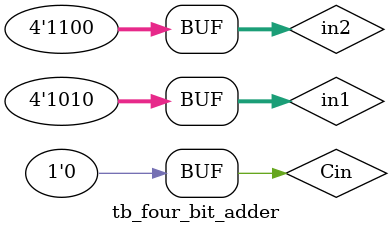
<source format=v>
module tb_four_bit_adder();
	reg [3:0] in1, in2;
	wire [3:0] S;
	reg Cin;
	wire Cout;

	four_bit_adder my_four_bit_adder(in1, in2,Cin, S, Cout);


initial	begin
	in1 = 4'hA;
	in2 = 4'hB;
	Cin = 0;	
	#10;

	in1 = 4'hA;
	in2 = 4'hB;
	Cin = 1;	
	#10;

	in1 = 4'hC;
	in2 = 4'hD;
	Cin = 0;	
	#10;

	in1 = 4'hA;
	in2 = 4'hC;
	Cin = 0;	
	#10;
	end

endmodule
</source>
